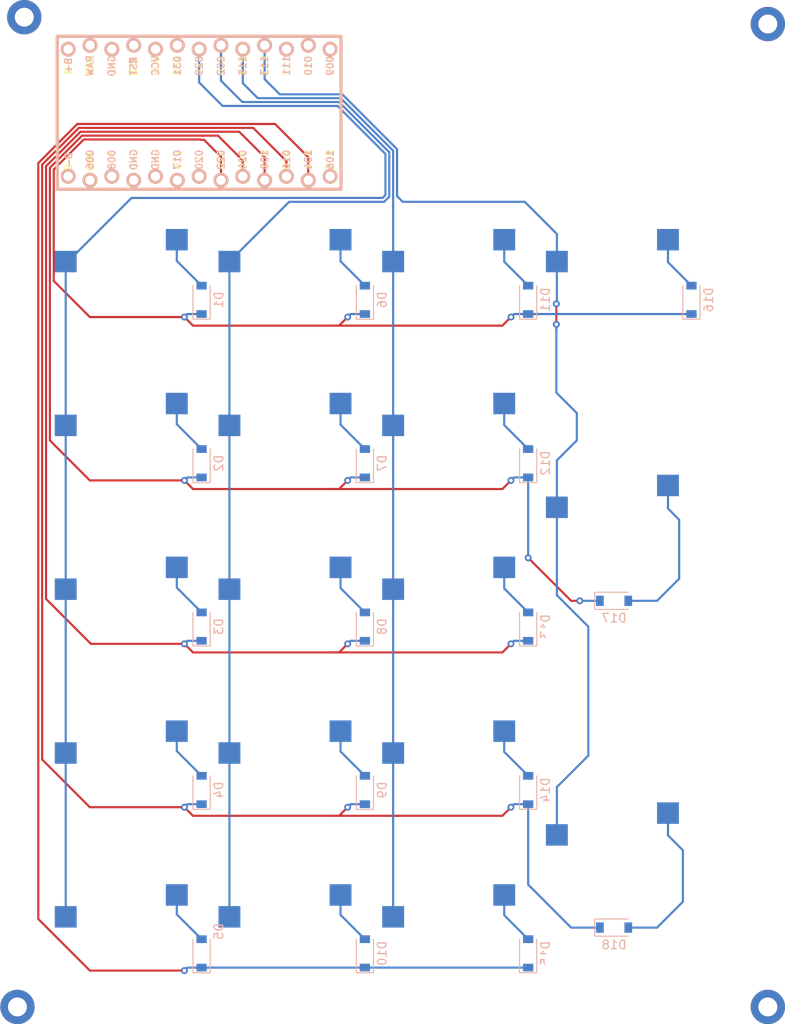
<source format=kicad_pcb>
(kicad_pcb (version 20211014) (generator pcbnew)
  (layers (0 "F.Cu" signal) (31 "B.Cu" signal) (34 "B.Paste" user) (35 "F.Paste" user) (36 "B.SilkS" user "B.Silkscreen") (37 "F.SilkS" user "F.Silkscreen") (38 "B.Mask" user) (39 "F.Mask" user) (44 "Edge.Cuts" user))
  (net 0 "")
  (net 1 "ROW0")
  (net 2 "Net-(D1-Pad2)")
  (net 3 "ROW1")
  (net 4 "Net-(D2-Pad2)")
  (net 5 "ROW2")
  (net 6 "Net-(D3-Pad2)")
  (net 7 "ROW3")
  (net 8 "Net-(D4-Pad2)")
  (net 9 "ROW4")
  (net 10 "Net-(D5-Pad2)")
  (net 11 "Net-(D6-Pad2)")
  (net 12 "Net-(D7-Pad2)")
  (net 13 "Net-(D8-Pad2)")
  (net 14 "Net-(D9-Pad2)")
  (net 15 "Net-(D10-Pad2)")
  (net 16 "Net-(D11-Pad2)")
  (net 17 "Net-(D12-Pad2)")
  (net 18 "Net-(D13-Pad2)")
  (net 19 "Net-(D14-Pad2)")
  (net 20 "Net-(D15-Pad2)")
  (net 21 "Net-(D16-Pad2)")
  (net 22 "Net-(D17-Pad2)")
  (net 23 "Net-(D18-Pad2)")
  (net 24 "COL0")
  (net 25 "COL1")
  (net 26 "COL2")
  (net 27 "COL3")
  (footprint "SofleKeyboard-footprint:M2_HOLE_PCB" (layer "F.Cu") (at 155.575 149.225)
    (fp_text reference "TH1" hide)
    (fp_text value "HOLE")
    (pad "" thru_hole circle locked (at 0 0) (size 4 4) (drill 2.2) (layers *.Cu *.Mask "Dwgs.User"))
  )
  (footprint "MX_Only:MXOnly-1U-Hotswap" (layer "F.Cu") (at 206.375 103.1875)
    (fp_text reference "MX13")
    (fp_text value "MX-NoLED")
    (pad "" np_thru_hole circle locked (at -3.81 -2.54) (size 3 3) (drill 3) (layers *.Cu *.Mask))
    (pad "" np_thru_hole circle locked (at 5.08 0 48.0996) (size 1.75 1.75) (drill 1.75) (layers *.Cu *.Mask))
    (pad "" np_thru_hole circle locked (at -5.08 0 48.0996) (size 1.75 1.75) (drill 1.75) (layers *.Cu *.Mask))
    (pad "" np_thru_hole circle locked (at 0 0) (size 3.9878 3.9878) (drill 3.9878) (layers *.Cu *.Mask))
    (pad "" np_thru_hole circle locked (at 2.54 -5.08) (size 3 3) (drill 3) (layers *.Cu *.Mask))
    (pad "1" smd rect locked (at -7.085 -2.54) (size 2.55 2.5) (layers "B.Cu" "B.Paste" "B.Mask") (net 26 "COL2"))
    (pad "2" smd rect locked (at 5.842 -5.08) (size 2.55 2.5) (layers "B.Cu" "B.Paste" "B.Mask") (net 18 "Net-(D13-Pad2)"))
  )
  (footprint "MX_Only:MXOnly-1U-Hotswap" (layer "F.Cu") (at 168.275 122.2375)
    (fp_text reference "MX4")
    (fp_text value "MX-NoLED")
    (pad "" np_thru_hole circle locked (at 5.08 0 48.0996) (size 1.75 1.75) (drill 1.75) (layers *.Cu *.Mask))
    (pad "" np_thru_hole circle locked (at 2.54 -5.08) (size 3 3) (drill 3) (layers *.Cu *.Mask))
    (pad "" np_thru_hole circle locked (at 0 0) (size 3.9878 3.9878) (drill 3.9878) (layers *.Cu *.Mask))
    (pad "" np_thru_hole circle locked (at -3.81 -2.54) (size 3 3) (drill 3) (layers *.Cu *.Mask))
    (pad "" np_thru_hole circle locked (at -5.08 0 48.0996) (size 1.75 1.75) (drill 1.75) (layers *.Cu *.Mask))
    (pad "1" smd rect locked (at -7.085 -2.54) (size 2.55 2.5) (layers "B.Cu" "B.Paste" "B.Mask") (net 24 "COL0"))
    (pad "2" smd rect locked (at 5.842 -5.08) (size 2.55 2.5) (layers "B.Cu" "B.Paste" "B.Mask") (net 8 "Net-(D4-Pad2)"))
  )
  (footprint "MX_Only:MXOnly-1U-Hotswap" (layer "F.Cu") (at 206.375 65.0875)
    (fp_text reference "MX11")
    (fp_text value "MX-NoLED")
    (pad "" np_thru_hole circle locked (at -3.81 -2.54) (size 3 3) (drill 3) (layers *.Cu *.Mask))
    (pad "" np_thru_hole circle locked (at 0 0) (size 3.9878 3.9878) (drill 3.9878) (layers *.Cu *.Mask))
    (pad "" np_thru_hole circle locked (at 2.54 -5.08) (size 3 3) (drill 3) (layers *.Cu *.Mask))
    (pad "" np_thru_hole circle locked (at 5.08 0 48.0996) (size 1.75 1.75) (drill 1.75) (layers *.Cu *.Mask))
    (pad "" np_thru_hole circle locked (at -5.08 0 48.0996) (size 1.75 1.75) (drill 1.75) (layers *.Cu *.Mask))
    (pad "1" smd rect locked (at -7.085 -2.54) (size 2.55 2.5) (layers "B.Cu" "B.Paste" "B.Mask") (net 26 "COL2"))
    (pad "2" smd rect locked (at 5.842 -5.08) (size 2.55 2.5) (layers "B.Cu" "B.Paste" "B.Mask") (net 16 "Net-(D11-Pad2)"))
  )
  (footprint "MX_Only:MXOnly-1U-Hotswap" (layer "F.Cu") (at 187.325 65.0875)
    (fp_text reference "MX6")
    (fp_text value "MX-NoLED")
    (pad "" np_thru_hole circle locked (at -5.08 0 48.0996) (size 1.75 1.75) (drill 1.75) (layers *.Cu *.Mask))
    (pad "" np_thru_hole circle locked (at 5.08 0 48.0996) (size 1.75 1.75) (drill 1.75) (layers *.Cu *.Mask))
    (pad "" np_thru_hole circle locked (at 0 0) (size 3.9878 3.9878) (drill 3.9878) (layers *.Cu *.Mask))
    (pad "" np_thru_hole circle locked (at -3.81 -2.54) (size 3 3) (drill 3) (layers *.Cu *.Mask))
    (pad "" np_thru_hole circle locked (at 2.54 -5.08) (size 3 3) (drill 3) (layers *.Cu *.Mask))
    (pad "1" smd rect locked (at -7.085 -2.54) (size 2.55 2.5) (layers "B.Cu" "B.Paste" "B.Mask") (net 25 "COL1"))
    (pad "2" smd rect locked (at 5.842 -5.08) (size 2.55 2.5) (layers "B.Cu" "B.Paste" "B.Mask") (net 11 "Net-(D6-Pad2)"))
  )
  (footprint "MX_Only:MXOnly-1U-Hotswap" (layer "F.Cu") (at 168.275 84.1375)
    (fp_text reference "MX2")
    (fp_text value "MX-NoLED")
    (pad "" np_thru_hole circle locked (at 0 0) (size 3.9878 3.9878) (drill 3.9878) (layers *.Cu *.Mask))
    (pad "" np_thru_hole circle locked (at 5.08 0 48.0996) (size 1.75 1.75) (drill 1.75) (layers *.Cu *.Mask))
    (pad "" np_thru_hole circle locked (at 2.54 -5.08) (size 3 3) (drill 3) (layers *.Cu *.Mask))
    (pad "" np_thru_hole circle locked (at -3.81 -2.54) (size 3 3) (drill 3) (layers *.Cu *.Mask))
    (pad "" np_thru_hole circle locked (at -5.08 0 48.0996) (size 1.75 1.75) (drill 1.75) (layers *.Cu *.Mask))
    (pad "1" smd rect locked (at -7.085 -2.54) (size 2.55 2.5) (layers "B.Cu" "B.Paste" "B.Mask") (net 24 "COL0"))
    (pad "2" smd rect locked (at 5.842 -5.08) (size 2.55 2.5) (layers "B.Cu" "B.Paste" "B.Mask") (net 4 "Net-(D2-Pad2)"))
  )
  (footprint "" (layer "F.Cu") (at 239.7125 34.925)
    (fp_text reference "" (at 0 0) (layer "F.SilkS") (effects (font (size 1.27 1.27))))
    (fp_text value "" (at 0 0) (layer "F.SilkS") (effects (font (size 1.27 1.27))))
    (pad "" thru_hole circle (at 3.175 0) (size 4 4) (drill 2.2) (layers *.Cu *.Mask "Dwgs.User"))
  )
  (footprint "MX_Only:MXOnly-1U-Hotswap" (layer "F.Cu") (at 187.325 122.2375)
    (fp_text reference "MX9")
    (fp_text value "MX-NoLED")
    (pad "" np_thru_hole circle locked (at -5.08 0 48.0996) (size 1.75 1.75) (drill 1.75) (layers *.Cu *.Mask))
    (pad "" np_thru_hole circle locked (at 5.08 0 48.0996) (size 1.75 1.75) (drill 1.75) (layers *.Cu *.Mask))
    (pad "" np_thru_hole circle locked (at 2.54 -5.08) (size 3 3) (drill 3) (layers *.Cu *.Mask))
    (pad "" np_thru_hole circle locked (at -3.81 -2.54) (size 3 3) (drill 3) (layers *.Cu *.Mask))
    (pad "" np_thru_hole circle locked (at 0 0) (size 3.9878 3.9878) (drill 3.9878) (layers *.Cu *.Mask))
    (pad "1" smd rect locked (at -7.085 -2.54) (size 2.55 2.5) (layers "B.Cu" "B.Paste" "B.Mask") (net 25 "COL1"))
    (pad "2" smd rect locked (at 5.842 -5.08) (size 2.55 2.5) (layers "B.Cu" "B.Paste" "B.Mask") (net 14 "Net-(D9-Pad2)"))
  )
  (footprint "SofleKeyboard-footprint:ArduinoProMicro-ZigZag-DoubleSided" (layer "F.Cu") (at 177.98675 45.24375)
    (fp_text reference "U1" hide)
    (fp_text value "Nice Nano edit" hide)
    (fp_text user "GND" (at -11.43 -5.461 90) (layer "B.SilkS") (effects (font (size 0.8 0.8)) (justify mirror)))
    (fp_text user "024" (at 3.81 5.461 90) (layer "B.SilkS") (effects (font (size 0.8 0.8)) (justify mirror)))
    (fp_text user "020" (at -1.27 5.461 90) (layer "B.SilkS") (effects (font (size 0.8 0.8)) (justify mirror)))
    (fp_text user "113" (at 6.35 -5.461 90) (layer "B.SilkS") (effects (font (size 0.8 0.8)) (justify mirror)))
    (fp_text user "022" (at 1.27 5.461 90) (layer "B.SilkS") (effects (font (size 0.8 0.8)) (justify mirror)))
    (fp_text user "006" (at -13.97 5.45 90) (layer "B.SilkS") (effects (font (size 0.8 0.8)) (justify mirror)))
    (fp_text user "VCC" (at -6.35 -5.461 90) (layer "B.SilkS") (effects (font (size 0.8 0.8)) (justify mirror)))
    (fp_text user "100" (at 6.35 5.461 90) (layer "B.SilkS") (effects (font (size 0.8 0.8)) (justify mirror)))
    (fp_text user "ST" (at -8.91 -5.04 90) (layer "B.SilkS") (effects (font (size 0.8 0.8)) (justify mirror)))
    (fp_text user "106" (at 13.97 5.461 90) (layer "B.SilkS") (effects (font (size 0.8 0.8)) (justify mirror)))
    (fp_text user "111" (at 8.89 -5.461 90) (layer "B.SilkS") (effects (font (size 0.8 0.8)) (justify mirror)))
    (fp_text user "009" (at 13.97 -5.461 90) (layer "B.SilkS") (effects (font (size 0.8 0.8)) (justify mirror)))
    (fp_text user "008" (at -11.43 5.461 90) (layer "B.SilkS") (effects (font (size 0.8 0.8)) (justify mirror)))
    (fp_text user "GND" (at -6.35 5.461 90) (layer "B.SilkS") (effects (font (size 0.8 0.8)) (justify mirror)))
    (fp_text user "B-" (at -16.45 5.5 90) (layer "B.SilkS") (effects (font (size 0.8 0.8)) (justify mirror)))
    (fp_text user "115" (at 3.81 -5.461 90) (layer "B.SilkS") (effects (font (size 0.8 0.8)) (justify mirror)))
    (fp_text user "002" (at 1.27 -5.461 90) (layer "B.SilkS") (effects (font (size 0.8 0.8)) (justify mirror)))
    (fp_text user "104" (at 11.43 5.461 90) (layer "B.SilkS") (effects (font (size 0.8 0.8)) (justify mirror)))
    (fp_text user "GND" (at -8.89 5.461 90) (layer "B.SilkS") (effects (font (size 0.8 0.8)) (justify mirror)))
    (fp_text user "011" (at 8.89 5.461 90) (layer "B.SilkS") (effects (font (size 0.8 0.8)) (justify mirror)))
    (fp_text user "010" (at 11.43 -5.461 90) (layer "B.SilkS") (effects (font (size 0.8 0.8)) (justify mirror)))
    (fp_text user "031" (at -3.81 -5.461 90) (layer "B.SilkS") (effects (font (size 0.8 0.8)) (justify mirror)))
    (fp_text user "B+" (at -16.5 -5.5 90) (layer "B.SilkS") (effects (font (size 0.8 0.8)) (justify mirror)))
    (fp_text user "017" (at -3.81 5.461 90) (layer "B.SilkS") (effects (font (size 0.8 0.8)) (justify mirror)))
    (fp_text user "029" (at -1.27 -5.461 90) (layer "B.SilkS") (effects (font (size 0.8 0.8)) (justify mirror)))
    (fp_text user "RAW" (at -13.97 -5.461 90) (layer "B.SilkS") (effects (font (size 0.8 0.8)) (justify mirror)))
    (fp_text user "020" (at -1.27 5.461 90) (layer "F.SilkS") (effects (font (size 0.8 0.8))))
    (fp_text user "006" (at -13.95 5.65 90) (layer "F.SilkS") (effects (font (size 0.8 0.8))))
    (fp_text user "011" (at 8.89 5.461 90) (layer "F.SilkS") (effects (font (size 0.8 0.8))))
    (fp_text user "RAW" (at -13.97 -5.461 90) (layer "F.SilkS") (effects (font (size 0.8 0.8))))
    (fp_text user "031" (at -3.81 -5.461 90) (layer "F.SilkS") (effects (font (size 0.8 0.8))))
    (fp_text user "VCC" (at -6.35 -5.461 90) (layer "F.SilkS") (effects (font (size 0.8 0.8))))
    (fp_text user "002" (at 1.27 -5.461 90) (layer "F.SilkS") (effects (font (size 0.8 0.8))))
    (fp_text user "106" (at 13.97 5.461 90) (layer "F.SilkS") (effects (font (size 0.8 0.8))))
    (fp_text user "024" (at 3.81 5.461 90) (layer "F.SilkS") (effects (font (size 0.8 0.8))))
    (fp_text user "GND" (at -8.89 5.461 90) (layer "F.SilkS") (effects (font (size 0.8 0.8))))
    (fp_text user "115" (at 3.81 -5.461 90) (layer "F.SilkS") (effects (font (size 0.8 0.8))))
    (fp_text user "GND" (at -6.35 5.461 90) (layer "F.SilkS") (effects (font (size 0.8 0.8))))
    (fp_text user "104" (at 11.43 5.461 90) (layer "F.SilkS") (effects (font (size 0.8 0.8))))
    (fp_text user "022" (at 1.27 5.461 90) (layer "F.SilkS") (effects (font (size 0.8 0.8))))
    (fp_text user "B+" (at -16.51 -5.334 90) (layer "F.SilkS") (effects (font (size 0.8 0.8))))
    (fp_text user "113" (at 6.35 -5.461 90) (layer "F.SilkS") (effects (font (size 0.8 0.8))))
    (fp_text user "100" (at 6.35 5.461 90) (layer "F.SilkS") (effects (font (size 0.8 0.8))))
    (fp_text user "008" (at -11.43 5.461 90) (layer "F.SilkS") (effects (font (size 0.8 0.8))))
    (fp_text user "B-" (at -16.51 5.842 90) (layer "F.SilkS") (effects (font (size 0.8 0.8))))
    (fp_text user "029" (at -1.27 -5.461 90) (layer "F.SilkS") (effects (font (size 0.8 0.8))))
    (fp_text user "010" (at 11.43 -5.461 90) (layer "F.SilkS") (effects (font (size 0.8 0.8))))
    (fp_text user "ST" (at -8.92 -5.73312 90) (layer "F.SilkS") (effects (font (size 0.8 0.8))))
    (fp_text user "017" (at -3.81 5.461 90) (layer "F.SilkS") (effects (font (size 0.8 0.8))))
    (fp_text user "009" (at 13.97 -5.461 90) (layer "F.SilkS") (effects (font (size 0.8 0.8))))
    (fp_text user "111" (at 8.89 -5.461 90) (layer "F.SilkS") (effects (font (size 0.8 0.8))))
    (fp_text user "GND" (at -11.43 -5.461 90) (layer "F.SilkS") (effects (font (size 0.8 0.8))))
    (pad "1" thru_hole circle (at -16.51 7.3914) (size 1.7526 1.7526) (drill 1.0922) (layers *.Cu *.SilkS *.Mask))
    (pad "2" thru_hole circle (at -13.97 7.8486) (size 1.7526 1.7526) (drill 1.0922) (layers *.Cu *.SilkS *.Mask))
    (pad "3" thru_hole circle (at -11.43 7.3914) (size 1.7526 1.7526) (drill 1.0922) (layers *.Cu *.SilkS *.Mask))
    (pad "4" thru_hole circle (at -8.89 7.8486) (size 1.7526 1.7526) (drill 1.0922) (layers *.Cu *.SilkS *.Mask))
    (pad "5" thru_hole circle (at -6.35 7.3914) (size 1.7526 1.7526) (drill 1.0922) (layers *.Cu *.SilkS *.Mask))
    (pad "6" thru_hole circle (at -3.81 7.8486) (size 1.7526 1.7526) (drill 1.0922) (layers *.Cu *.SilkS *.Mask))
    (pad "7" thru_hole circle (at -1.27 7.3914) (size 1.7526 1.7526) (drill 1.0922) (layers *.Cu *.SilkS *.Mask))
    (pad "8" thru_hole circle locked (at 1.27 7.8486) (size 1.7526 1.7526) (drill 1.0922) (layers *.Cu *.SilkS *.Mask) (net 1 "ROW0"))
    (pad "9" thru_hole circle (at 3.81 7.3914) (size 1.7526 1.7526) (drill 1.0922) (layers *.Cu *.SilkS *.Mask) (net 3 "ROW1"))
    (pad "10" thru_hole circle (at 6.35 7.8486) (size 1.7526 1.7526) (drill 1.0922) (layers *.Cu *.SilkS *.Mask) (net 5 "ROW2"))
    (pad "11" thru_hole circle (at 8.89 7.3914) (size 1.7526 1.7526) (drill 1.0922) (layers *.Cu *.SilkS *.Mask) (net 7 "ROW3"))
    (pad "12" thru_hole circle (at 11.43 7.8486) (size 1.7526 1.7526) (drill 1.0922) (layers *.Cu *.SilkS *.Mask) (net 9 "ROW4"))
    (pad "13" thru_hole circle (at 13.97 7.3914) (size 1.7526 1.7526) (drill 1.0922) (layers *.Cu *.SilkS *.Mask))
    (pad "14" thru_hole circle (at 13.97 -7.3914) (size 1.7526 1.7526) (drill 1.0922) (layers *.Cu *.SilkS *.Mask))
    (pad "15" thru_hole circle (at 11.43 -7.8486) (size 1.7526 1.7526) (drill 1.0922) (layers *.Cu *.SilkS *.Mask))
    (pad "16" thru_hole circle (at 8.89 -7.3914) (size 1.7526 1.7526) (drill 1.0922) (layers *.Cu *.SilkS *.Mask))
    (pad "17" thru_hole circle (at 6.35 -7.8486) (size 1.7526 1.7526) (drill 1.0922) (layers *.Cu *.SilkS *.Mask) (net 27 "COL3"))
    (pad "18" thru_hole circle (at 3.81 -7.3914) (size 1.7526 1.7526) (drill 1.0922) (layers *.Cu *.SilkS *.Mask) (net 26 "COL2"))
    (pad "19" thru_hole circle (at 1.27 -7.8486) (size 1.7526 1.7526) (drill 1.0922) (layers *.Cu *.SilkS *.Mask) (net 25 "COL1"))
    (pad "20" thru_hole circle (at -1.27 -7.3914) (size 1.7526 1.7526) (drill 1.0922) (layers *.Cu *.SilkS *.Mask) (net 24 "COL0"))
    (pad "21" thru_hole circle (at -3.81 -7.8486 270) (size 1.7526 1.7526) (drill 1.0922) (layers *.Cu *.SilkS *.Mask))
    (pad "22" thru_hole circle (at -6.35 -7.3914) (size 1.7526 1.7526) (drill 1.0922) (layers *.Cu *.SilkS *.Mask))
    (pad "23" thru_hole circle (at -8.89 -7.8486 90) (size 1.7526 1.7526) (drill 1.0922) (layers *.Cu *.SilkS *.Mask))
    (pad "24" thru_hole circle (at -11.43 -7.3914) (size 1.7526 1.7526) (drill 1.0922) (layers *.Cu *.SilkS *.Mask))
    (pad "25" thru_hole circle (at -13.97 -7.8486) (size 1.7526 1.7526) (drill 1.0922) (layers *.Cu *.SilkS *.Mask))
    (pad "26" thru_hole circle (at -16.51 -7.3914) (size 1.7526 1.7526) (drill 1.0922) (layers *.Cu *.SilkS *.Mask))
  )
  (footprint "MX_Only:MXOnly-1U-Hotswap" (layer "F.Cu") (at 206.375 141.2875)
    (fp_text reference "MX15")
    (fp_text value "MX-NoLED")
    (pad "" np_thru_hole circle locked (at -3.81 -2.54) (size 3 3) (drill 3) (layers *.Cu *.Mask))
    (pad "" np_thru_hole circle locked (at 5.08 0 48.0996) (size 1.75 1.75) (drill 1.75) (layers *.Cu *.Mask))
    (pad "" np_thru_hole circle locked (at 0 0) (size 3.9878 3.9878) (drill 3.9878) (layers *.Cu *.Mask))
    (pad "" np_thru_hole circle locked (at -5.08 0 48.0996) (size 1.75 1.75) (drill 1.75) (layers *.Cu *.Mask))
    (pad "" np_thru_hole circle locked (at 2.54 -5.08) (size 3 3) (drill 3) (layers *.Cu *.Mask))
    (pad "1" smd rect locked (at -7.085 -2.54) (size 2.55 2.5) (layers "B.Cu" "B.Paste" "B.Mask") (net 26 "COL2"))
    (pad "2" smd rect locked (at 5.842 -5.08) (size 2.55 2.5) (layers "B.Cu" "B.Paste" "B.Mask") (net 20 "Net-(D15-Pad2)"))
  )
  (footprint "MX_Only:MXOnly-1U-Hotswap" (layer "F.Cu") (at 168.275 141.2875)
    (fp_text reference "MX5")
    (fp_text value "MX-NoLED")
    (pad "" np_thru_hole circle locked (at 2.54 -5.08) (size 3 3) (drill 3) (layers *.Cu *.Mask))
    (pad "" np_thru_hole circle locked (at -3.81 -2.54) (size 3 3) (drill 3) (layers *.Cu *.Mask))
    (pad "" np_thru_hole circle locked (at 5.08 0 48.0996) (size 1.75 1.75) (drill 1.75) (layers *.Cu *.Mask))
    (pad "" np_thru_hole circle locked (at -5.08 0 48.0996) (size 1.75 1.75) (drill 1.75) (layers *.Cu *.Mask))
    (pad "" np_thru_hole circle locked (at 0 0) (size 3.9878 3.9878) (drill 3.9878) (layers *.Cu *.Mask))
    (pad "1" smd rect locked (at -7.085 -2.54) (size 2.55 2.5) (layers "B.Cu" "B.Paste" "B.Mask") (net 24 "COL0"))
    (pad "2" smd rect locked (at 5.842 -5.08) (size 2.55 2.5) (layers "B.Cu" "B.Paste" "B.Mask") (net 10 "Net-(D5-Pad2)"))
  )
  (footprint "MX_Only:MXOnly-1U-Hotswap" (layer "F.Cu") (at 206.375 122.2375)
    (fp_text reference "MX14")
    (fp_text value "MX-NoLED")
    (pad "" np_thru_hole circle locked (at 0 0) (size 3.9878 3.9878) (drill 3.9878) (layers *.Cu *.Mask))
    (pad "" np_thru_hole circle locked (at -5.08 0 48.0996) (size 1.75 1.75) (drill 1.75) (layers *.Cu *.Mask))
    (pad "" np_thru_hole circle locked (at 2.54 -5.08) (size 3 3) (drill 3) (layers *.Cu *.Mask))
    (pad "" np_thru_hole circle locked (at -3.81 -2.54) (size 3 3) (drill 3) (layers *.Cu *.Mask))
    (pad "" np_thru_hole circle locked (at 5.08 0 48.0996) (size 1.75 1.75) (drill 1.75) (layers *.Cu *.Mask))
    (pad "1" smd rect locked (at -7.085 -2.54) (size 2.55 2.5) (layers "B.Cu" "B.Paste" "B.Mask") (net 26 "COL2"))
    (pad "2" smd rect locked (at 5.842 -5.08) (size 2.55 2.5) (layers "B.Cu" "B.Paste" "B.Mask") (net 19 "Net-(D14-Pad2)"))
  )
  (footprint "MX_Only:MXOnly-1U-Hotswap" (layer "F.Cu") (at 168.275 103.1875)
    (fp_text reference "MX3")
    (fp_text value "MX-NoLED")
    (pad "" np_thru_hole circle locked (at -3.81 -2.54) (size 3 3) (drill 3) (layers *.Cu *.Mask))
    (pad "" np_thru_hole circle locked (at -5.08 0 48.0996) (size 1.75 1.75) (drill 1.75) (layers *.Cu *.Mask))
    (pad "" np_thru_hole circle locked (at 2.54 -5.08) (size 3 3) (drill 3) (layers *.Cu *.Mask))
    (pad "" np_thru_hole circle locked (at 0 0) (size 3.9878 3.9878) (drill 3.9878) (layers *.Cu *.Mask))
    (pad "" np_thru_hole circle locked (at 5.08 0 48.0996) (size 1.75 1.75) (drill 1.75) (layers *.Cu *.Mask))
    (pad "1" smd rect locked (at -7.085 -2.54) (size 2.55 2.5) (layers "B.Cu" "B.Paste" "B.Mask") (net 24 "COL0"))
    (pad "2" smd rect locked (at 5.842 -5.08) (size 2.55 2.5) (layers "B.Cu" "B.Paste" "B.Mask") (net 6 "Net-(D3-Pad2)"))
  )
  (footprint "MX_Only:MXOnly-1U-Hotswap" (layer "F.Cu") (at 187.325 84.1375)
    (fp_text reference "MX7")
    (fp_text value "MX-NoLED")
    (pad "" np_thru_hole circle locked (at 2.54 -5.08) (size 3 3) (drill 3) (layers *.Cu *.Mask))
    (pad "" np_thru_hole circle locked (at -3.81 -2.54) (size 3 3) (drill 3) (layers *.Cu *.Mask))
    (pad "" np_thru_hole circle locked (at 0 0) (size 3.9878 3.9878) (drill 3.9878) (layers *.Cu *.Mask))
    (pad "" np_thru_hole circle locked (at 5.08 0 48.0996) (size 1.75 1.75) (drill 1.75) (layers *.Cu *.Mask))
    (pad "" np_thru_hole circle locked (at -5.08 0 48.0996) (size 1.75 1.75) (drill 1.75) (layers *.Cu *.Mask))
    (pad "1" smd rect locked (at -7.085 -2.54) (size 2.55 2.5) (layers "B.Cu" "B.Paste" "B.Mask") (net 25 "COL1"))
    (pad "2" smd rect locked (at 5.842 -5.08) (size 2.55 2.5) (layers "B.Cu" "B.Paste" "B.Mask") (net 12 "Net-(D7-Pad2)"))
  )
  (footprint "MX_Only:MXOnly-1U-Hotswap" (layer "F.Cu") (at 187.325 141.2875)
    (fp_text reference "MX10")
    (fp_text value "MX-NoLED")
    (pad "" np_thru_hole circle locked (at 0 0) (size 3.9878 3.9878) (drill 3.9878) (layers *.Cu *.Mask))
    (pad "" np_thru_hole circle locked (at -3.81 -2.54) (size 3 3) (drill 3) (layers *.Cu *.Mask))
    (pad "" np_thru_hole circle locked (at 5.08 0 48.0996) (size 1.75 1.75) (drill 1.75) (layers *.Cu *.Mask))
    (pad "" np_thru_hole circle locked (at 2.54 -5.08) (size 3 3) (drill 3) (layers *.Cu *.Mask))
    (pad "" np_thru_hole circle locked (at -5.08 0 48.0996) (size 1.75 1.75) (drill 1.75) (layers *.Cu *.Mask))
    (pad "1" smd rect locked (at -7.085 -2.54) (size 2.55 2.5) (layers "B.Cu" "B.Paste" "B.Mask") (net 25 "COL1"))
    (pad "2" smd rect locked (at 5.842 -5.08) (size 2.55 2.5) (layers "B.Cu" "B.Paste" "B.Mask") (net 15 "Net-(D10-Pad2)"))
  )
  (footprint "" (layer "F.Cu") (at 156.36875 34.13125)
    (fp_text reference "" (at 0 0) (layer "F.SilkS") (effects (font (size 1.27 1.27))))
    (fp_text value "" (at 0 0) (layer "F.SilkS") (effects (font (size 1.27 1.27))))
    (pad "" thru_hole circle locked (at 0 0) (size 4 4) (drill 2.2) (layers *.Cu *.Mask "Dwgs.User"))
  )
  (footprint "MX_Only:MXOnly-1U-Hotswap" (layer "F.Cu") (at 206.375 84.1375)
    (fp_text reference "MX12")
    (fp_text value "MX-NoLED")
    (pad "" np_thru_hole circle locked (at 0 0) (size 3.9878 3.9878) (drill 3.9878) (layers *.Cu *.Mask))
    (pad "" np_thru_hole circle locked (at -3.81 -2.54) (size 3 3) (drill 3) (layers *.Cu *.Mask))
    (pad "" np_thru_hole circle locked (at 5.08 0 48.0996) (size 1.75 1.75) (drill 1.75) (layers *.Cu *.Mask))
    (pad "" np_thru_hole circle locked (at -5.08 0 48.0996) (size 1.75 1.75) (drill 1.75) (layers *.Cu *.Mask))
    (pad "" np_thru_hole circle locked (at 2.54 -5.08) (size 3 3) (drill 3) (layers *.Cu *.Mask))
    (pad "1" smd rect locked (at -7.085 -2.54) (size 2.55 2.5) (layers "B.Cu" "B.Paste" "B.Mask") (net 26 "COL2"))
    (pad "2" smd rect locked (at 5.842 -5.08) (size 2.55 2.5) (layers "B.Cu" "B.Paste" "B.Mask") (net 17 "Net-(D12-Pad2)"))
  )
  (footprint "MX_Only:MXOnly-1U-Hotswap" (layer "F.Cu") (at 168.275 65.0875)
    (fp_text reference "MX1")
    (fp_text value "MX-NoLED")
    (pad "" np_thru_hole circle locked (at 0 0) (size 3.9878 3.9878) (drill 3.9878) (layers *.Cu *.Mask))
    (pad "" np_thru_hole circle locked (at -3.81 -2.54) (size 3 3) (drill 3) (layers *.Cu *.Mask))
    (pad "" np_thru_hole circle locked (at 2.54 -5.08) (size 3 3) (drill 3) (layers *.Cu *.Mask))
    (pad "" np_thru_hole circle locked (at -5.08 0 48.0996) (size 1.75 1.75) (drill 1.75) (layers *.Cu *.Mask))
    (pad "" np_thru_hole circle locked (at 5.08 0 48.0996) (size 1.75 1.75) (drill 1.75) (layers *.Cu *.Mask))
    (pad "1" smd rect locked (at -7.085 -2.54) (size 2.55 2.5) (layers "B.Cu" "B.Paste" "B.Mask") (net 24 "COL0"))
    (pad "2" smd rect locked (at 5.842 -5.08) (size 2.55 2.5) (layers "B.Cu" "B.Paste" "B.Mask") (net 2 "Net-(D1-Pad2)"))
  )
  (footprint "" (layer "F.Cu") (at 242.8875 149.225)
    (fp_text reference "" (at 0 0) (layer "F.SilkS") (effects (font (size 1.27 1.27))))
    (fp_text value "" (at 0 0) (layer "F.SilkS") (effects (font (size 1.27 1.27))))
    (pad "" thru_hole circle (at 0 0) (size 4 4) (drill 2.2) (layers *.Cu *.Mask "Dwgs.User"))
  )
  (footprint "MX_Only:MXOnly-2U-Hotswap-VerticalStabilizers" (layer "F.Cu") (at 225.425 93.6625)
    (fp_text reference "MX17")
    (fp_text value "MX-NoLED" hide)
    (pad "" np_thru_hole circle locked (at 2.54 -5.08) (size 3 3) (drill 3) (layers *.Cu *.Mask))
    (pad "" np_thru_hole circle locked (at -6.985 -11.938 180) (size 3.048 3.048) (drill 3.048) (layers *.Cu *.Mask))
    (pad "" np_thru_hole circle locked (at 8.255 -11.938 90) (size 3.9878 3.9878) (drill 3.9878) (layers *.Cu *.Mask))
    (pad "" np_thru_hole circle locked (at -5.08 0 48.0996) (size 1.75 1.75) (drill 1.75) (layers *.Cu *.Mask))
    (pad "" np_thru_hole circle locked (at -6.985 11.938 90) (size 3.048 3.048) (drill 3.048) (layers *.Cu *.Mask))
    (pad "" np_thru_hole circle locked (at -3.81 -2.54) (size 3 3) (drill 3) (layers *.Cu *.Mask))
    (pad "" np_thru_hole circle locked (at 0 0) (size 3.9878 3.9878) (drill 3.9878) (layers *.Cu *.Mask))
    (pad "" np_thru_hole circle locked (at 5.08 0 48.0996) (size 1.75 1.75) (drill 1.75) (layers *.Cu *.Mask))
    (pad "" np_thru_hole circle locked (at 8.255 11.938 90) (size 3.9878 3.9878) (drill 3.9878) (layers *.Cu *.Mask))
    (pad "1" smd rect locked (at -7.085 -2.54) (size 2.55 2.5) (layers "B.Cu" "B.Paste" "B.Mask") (net 27 "COL3"))
    (pad "2" smd rect locked (at 5.842 -5.08) (size 2.55 2.5) (layers "B.Cu" "B.Paste" "B.Mask") (net 22 "Net-(D17-Pad2)"))
  )
  (footprint "MX_Only:MXOnly-1U-Hotswap" (layer "F.Cu") (at 225.425 65.0875)
    (fp_text reference "MX16")
    (fp_text value "MX-NoLED")
    (pad "" np_thru_hole circle locked (at 5.08 0 48.0996) (size 1.75 1.75) (drill 1.75) (layers *.Cu *.Mask))
    (pad "" np_thru_hole circle locked (at -3.81 -2.54) (size 3 3) (drill 3) (layers *.Cu *.Mask))
    (pad "" np_thru_hole circle locked (at 2.54 -5.08) (size 3 3) (drill 3) (layers *.Cu *.Mask))
    (pad "" np_thru_hole circle locked (at 0 0) (size 3.9878 3.9878) (drill 3.9878) (layers *.Cu *.Mask))
    (pad "" np_thru_hole circle locked (at -5.08 0 48.0996) (size 1.75 1.75) (drill 1.75) (layers *.Cu *.Mask))
    (pad "1" smd rect locked (at -7.085 -2.54) (size 2.55 2.5) (layers "B.Cu" "B.Paste" "B.Mask") (net 27 "COL3"))
    (pad "2" smd rect locked (at 5.842 -5.08) (size 2.55 2.5) (layers "B.Cu" "B.Paste" "B.Mask") (net 21 "Net-(D16-Pad2)"))
  )
  (footprint "MX_Only:MXOnly-2U-Hotswap-VerticalStabilizers" (layer "F.Cu") (at 225.425 131.7625)
    (fp_text reference "MX18")
    (fp_text value "MX-NoLED" hide)
    (pad "" np_thru_hole circle locked (at -6.985 -11.938 180) (size 3.048 3.048) (drill 3.048) (layers *.Cu *.Mask))
    (pad "" np_thru_hole circle locked (at 0 0) (size 3.9878 3.9878) (drill 3.9878) (layers *.Cu *.Mask))
    (pad "" np_thru_hole circle locked (at 5.08 0 48.0996) (size 1.75 1.75) (drill 1.75) (layers *.Cu *.Mask))
    (pad "" np_thru_hole circle locked (at 8.255 -11.938 90) (size 3.9878 3.9878) (drill 3.9878) (layers *.Cu *.Mask))
    (pad "" np_thru_hole circle locked (at -6.985 11.938 90) (size 3.048 3.048) (drill 3.048) (layers *.Cu *.Mask))
    (pad "" np_thru_hole circle locked (at 2.54 -5.08) (size 3 3) (drill 3) (layers *.Cu *.Mask))
    (pad "" np_thru_hole circle locked (at -5.08 0 48.0996) (size 1.75 1.75) (drill 1.75) (layers *.Cu *.Mask))
    (pad "" np_thru_hole circle locked (at 8.255 11.938 90) (size 3.9878 3.9878) (drill 3.9878) (layers *.Cu *.Mask))
    (pad "" np_thru_hole circle locked (at -3.81 -2.54) (size 3 3) (drill 3) (layers *.Cu *.Mask))
    (pad "1" smd rect locked (at -7.085 -2.54) (size 2.55 2.5) (layers "B.Cu" "B.Paste" "B.Mask") (net 27 "COL3"))
    (pad "2" smd rect locked (at 5.842 -5.08) (size 2.55 2.5) (layers "B.Cu" "B.Paste" "B.Mask") (net 23 "Net-(D18-Pad2)"))
  )
  (footprint "MX_Only:MXOnly-1U-Hotswap" (layer "F.Cu") (at 187.325 103.1875)
    (fp_text reference "MX8")
    (fp_text value "MX-NoLED")
    (pad "" np_thru_hole circle locked (at 5.08 0 48.0996) (size 1.75 1.75) (drill 1.75) (layers *.Cu *.Mask))
    (pad "" np_thru_hole circle locked (at 2.54 -5.08) (size 3 3) (drill 3) (layers *.Cu *.Mask))
    (pad "" np_thru_hole circle locked (at -3.81 -2.54) (size 3 3) (drill 3) (layers *.Cu *.Mask))
    (pad "" np_thru_hole circle locked (at -5.08 0 48.0996) (size 1.75 1.75) (drill 1.75) (layers *.Cu *.Mask))
    (pad "" np_thru_hole circle locked (at 0 0) (size 3.9878 3.9878) (drill 3.9878) (layers *.Cu *.Mask))
    (pad "1" smd rect locked (at -7.085 -2.54) (size 2.55 2.5) (layers "B.Cu" "B.Paste" "B.Mask") (net 25 "COL1"))
    (pad "2" smd rect locked (at 5.842 -5.08) (size 2.55 2.5) (layers "B.Cu" "B.Paste" "B.Mask") (net 13 "Net-(D8-Pad2)"))
  )
  (footprint "Diode_SMD:D_SOD-123" (layer "B.Cu") (at 234 67 90)
    (fp_text reference "D16" (at 0 2 90) (layer "B.SilkS") (effects (justify mirror)))
    (fp_text value "D_Small")
    (pad "1" smd rect (at -1.65 0 90) (size 0.9 1.2) (layers "B.Cu" "B.Paste" "B.Mask") (net 1 "ROW0"))
    (pad "2" smd rect (at 1.65 0 90) (size 0.9 1.2) (layers "B.Cu" "B.Paste" "B.Mask") (net 21 "Net-(D16-Pad2)"))
  )
  (footprint "Diode_SMD:D_SOD-123" (layer "B.Cu") (at 196 124 90)
    (fp_text reference "D9" (at 0 2 90) (layer "B.SilkS") (effects (justify mirror)))
    (fp_text value "D_Small")
    (pad "1" smd rect (at -1.65 0 90) (size 0.9 1.2) (layers "B.Cu" "B.Paste" "B.Mask") (net 7 "ROW3"))
    (pad "2" smd rect (at 1.65 0 90) (size 0.9 1.2) (layers "B.Cu" "B.Paste" "B.Mask") (net 14 "Net-(D9-Pad2)"))
  )
  (footprint "Diode_SMD:D_SOD-123" (layer "B.Cu") (at 215 105 90)
    (fp_text reference "D13" (at 0 2 90) (layer "B.SilkS") (effects (justify mirror)))
    (fp_text value "D_Small")
    (pad "1" smd rect (at -1.65 0 90) (size 0.9 1.2) (layers "B.Cu" "B.Paste" "B.Mask") (net 5 "ROW2"))
    (pad "2" smd rect (at 1.65 0 90) (size 0.9 1.2) (layers "B.Cu" "B.Paste" "B.Mask") (net 18 "Net-(D13-Pad2)"))
  )
  (footprint "Diode_SMD:D_SOD-123" (layer "B.Cu") (at 196 143 90)
    (fp_text reference "D10" (at 0 2 90) (layer "B.SilkS") (effects (justify mirror)))
    (fp_text value "D_Small")
    (pad "1" smd rect (at -1.65 0 90) (size 0.9 1.2) (layers "B.Cu" "B.Paste" "B.Mask") (net 9 "ROW4"))
    (pad "2" smd rect (at 1.65 0 90) (size 0.9 1.2) (layers "B.Cu" "B.Paste" "B.Mask") (net 15 "Net-(D10-Pad2)"))
  )
  (footprint "Diode_SMD:D_SOD-123" (layer "B.Cu") (at 177 105 90)
    (fp_text reference "D3" (at 0 2 90) (layer "B.SilkS") (effects (justify mirror)))
    (fp_text value "D_Small")
    (pad "1" smd rect (at -1.65 0 90) (size 0.9 1.2) (layers "B.Cu" "B.Paste" "B.Mask") (net 5 "ROW2"))
    (pad "2" smd rect (at 1.65 0 90) (size 0.9 1.2) (layers "B.Cu" "B.Paste" "B.Mask") (net 6 "Net-(D3-Pad2)"))
  )
  (footprint "Diode_SMD:D_SOD-123" (layer "B.Cu") (at 177 143 90)
    (fp_text reference "D5" (at 2.55 2 90) (layer "B.SilkS") (effects (justify mirror)))
    (fp_text value "D_Small")
    (pad "1" smd rect (at -1.65 0 90) (size 0.9 1.2) (layers "B.Cu" "B.Paste" "B.Mask") (net 9 "ROW4"))
    (pad "2" smd rect (at 1.65 0 90) (size 0.9 1.2) (layers "B.Cu" "B.Paste" "B.Mask") (net 10 "Net-(D5-Pad2)"))
  )
  (footprint "Diode_SMD:D_SOD-123" (layer "B.Cu") (at 196 67 90)
    (fp_text reference "D6" (at 0 2 90) (layer "B.SilkS") (effects (justify mirror)))
    (fp_text value "D_Small")
    (pad "1" smd rect (at -1.65 0 90) (size 0.9 1.2) (layers "B.Cu" "B.Paste" "B.Mask") (net 1 "ROW0"))
    (pad "2" smd rect (at 1.65 0 90) (size 0.9 1.2) (layers "B.Cu" "B.Paste" "B.Mask") (net 11 "Net-(D6-Pad2)"))
  )
  (footprint "Diode_SMD:D_SOD-123" (layer "B.Cu") (at 215 86 90)
    (fp_text reference "D12" (at 0 2 90) (layer "B.SilkS") (effects (justify mirror)))
    (fp_text value "D_Small")
    (pad "1" smd rect (at -1.65 0 90) (size 0.9 1.2) (layers "B.Cu" "B.Paste" "B.Mask") (net 3 "ROW1"))
    (pad "2" smd rect (at 1.65 0 90) (size 0.9 1.2) (layers "B.Cu" "B.Paste" "B.Mask") (net 17 "Net-(D12-Pad2)"))
  )
  (footprint "Diode_SMD:D_SOD-123" (layer "B.Cu") (at 196 105 90)
    (fp_text reference "D8" (at 0 2 90) (layer "B.SilkS") (effects (justify mirror)))
    (fp_text value "D_Small")
    (pad "1" smd rect (at -1.65 0 90) (size 0.9 1.2) (layers "B.Cu" "B.Paste" "B.Mask") (net 5 "ROW2"))
    (pad "2" smd rect (at 1.65 0 90) (size 0.9 1.2) (layers "B.Cu" "B.Paste" "B.Mask") (net 13 "Net-(D8-Pad2)"))
  )
  (footprint "Diode_SMD:D_SOD-123" (layer "B.Cu") (at 215 124 90)
    (fp_text reference "D14" (at 0 2 90) (layer "B.SilkS") (effects (justify mirror)))
    (fp_text value "D_Small")
    (pad "1" smd rect (at -1.65 0 90) (size 0.9 1.2) (layers "B.Cu" "B.Paste" "B.Mask") (net 7 "ROW3"))
    (pad "2" smd rect (at 1.65 0 90) (size 0.9 1.2) (layers "B.Cu" "B.Paste" "B.Mask") (net 19 "Net-(D14-Pad2)"))
  )
  (footprint "Diode_SMD:D_SOD-123" (layer "B.Cu") (at 215 143 90)
    (fp_text reference "D15" (at 0 2 90) (layer "B.SilkS") (effects (justify mirror)))
    (fp_text value "D_Small")
    (pad "1" smd rect (at -1.65 0 90) (size 0.9 1.2) (layers "B.Cu" "B.Paste" "B.Mask") (net 9 "ROW4"))
    (pad "2" smd rect (at 1.65 0 90) (size 0.9 1.2) (layers "B.Cu" "B.Paste" "B.Mask") (net 20 "Net-(D15-Pad2)"))
  )
  (footprint "Diode_SMD:D_SOD-123" (layer "B.Cu") (at 196 86 90)
    (fp_text reference "D7" (at 0 2 90) (layer "B.SilkS") (effects (justify mirror)))
    (fp_text value "D_Small")
    (pad "1" smd rect (at -1.65 0 90) (size 0.9 1.2) (layers "B.Cu" "B.Paste" "B.Mask") (net 3 "ROW1"))
    (pad "2" smd rect (at 1.65 0 90) (size 0.9 1.2) (layers "B.Cu" "B.Paste" "B.Mask") (net 12 "Net-(D7-Pad2)"))
  )
  (footprint "Diode_SMD:D_SOD-123" (layer "B.Cu") (at 215 67 90)
    (fp_text reference "D11" (at 0 2 90) (layer "B.SilkS") (effects (justify mirror)))
    (fp_text value "D_Small")
    (pad "1" smd rect (at -1.65 0 90) (size 0.9 1.2) (layers "B.Cu" "B.Paste" "B.Mask") (net 1 "ROW0"))
    (pad "2" smd rect (at 1.65 0 90) (size 0.9 1.2) (layers "B.Cu" "B.Paste" "B.Mask") (net 16 "Net-(D11-Pad2)"))
  )
  (footprint "Diode_SMD:D_SOD-123" (layer "B.Cu") (at 225 140)
    (fp_text reference "D18" (at 0 2) (layer "B.SilkS") (effects (justify mirror)))
    (fp_text value "D_Small")
    (pad "1" smd rect (at -1.65 0) (size 0.9 1.2) (layers "B.Cu" "B.Paste" "B.Mask") (net 7 "ROW3"))
    (pad "2" smd rect (at 1.65 0) (size 0.9 1.2) (layers "B.Cu" "B.Paste" "B.Mask") (net 23 "Net-(D18-Pad2)"))
  )
  (footprint "Diode_SMD:D_SOD-123" (layer "B.Cu") (at 177 124 90)
    (fp_text reference "D4" (at 0 2 90) (layer "B.SilkS") (effects (justify mirror)))
    (fp_text value "D_Small")
    (pad "1" smd rect (at -1.65 0 90) (size 0.9 1.2) (layers "B.Cu" "B.Paste" "B.Mask") (net 7 "ROW3"))
    (pad "2" smd rect (at 1.65 0 90) (size 0.9 1.2) (layers "B.Cu" "B.Paste" "B.Mask") (net 8 "Net-(D4-Pad2)"))
  )
  (footprint "Diode_SMD:D_SOD-123" (layer "B.Cu") (at 225 102)
    (fp_text reference "D17" (at 0 2) (layer "B.SilkS") (effects (justify mirror)))
    (fp_text value "D_Small")
    (pad "1" smd rect (at -1.65 0) (size 0.9 1.2) (layers "B.Cu" "B.Paste" "B.Mask") (net 3 "ROW1"))
    (pad "2" smd rect (at 1.65 0) (size 0.9 1.2) (layers "B.Cu" "B.Paste" "B.Mask") (net 22 "Net-(D17-Pad2)"))
  )
  (footprint "Diode_SMD:D_SOD-123" (layer "B.Cu") (at 177 86 90)
    (fp_text reference "D2" (at 0 2 90) (layer "B.SilkS") (effects (justify mirror)))
    (fp_text value "D_Small")
    (pad "1" smd rect (at -1.65 0 90) (size 0.9 1.2) (layers "B.Cu" "B.Paste" "B.Mask") (net 3 "ROW1"))
    (pad "2" smd rect (at 1.65 0 90) (size 0.9 1.2) (layers "B.Cu" "B.Paste" "B.Mask") (net 4 "Net-(D2-Pad2)"))
  )
  (footprint "Diode_SMD:D_SOD-123" (layer "B.Cu") (at 177 67 90)
    (fp_text reference "D1" (at 0 2 90) (layer "B.SilkS") (effects (justify mirror)))
    (fp_text value "D_Small")
    (pad "1" smd rect (at -1.65 0 90) (size 0.9 1.2) (layers "B.Cu" "B.Paste" "B.Mask") (net 1 "ROW0"))
    (pad "2" smd rect (at 1.65 0 90) (size 0.9 1.2) (layers "B.Cu" "B.Paste" "B.Mask") (net 2 "Net-(D1-Pad2)"))
  )
  (segment (start 177.2817 48.3884) (end 179.25675 50.36345) (width 0.25) (layer "F.Cu") (net 1))
  (segment (start 164 69) (end 159.8 64.8) (width 0.25) (layer "F.Cu") (net 1))
  (segment (start 175 69) (end 164 69) (width 0.25) (layer "F.Cu") (net 1))
  (segment (start 159.8 64.8) (end 159.8 51.836396) (width 0.25) (layer "F.Cu") (net 1))
  (segment (start 212 70) (end 192 70) (width 0.25) (layer "F.Cu") (net 1))
  (segment (start 176.875204 48.35) (end 176.913604 48.3884) (width 0.25) (layer "F.Cu") (net 1))
  (segment (start 194 69) (end 193 70) (width 0.25) (layer "F.Cu") (net 1))
  (segment (start 192 70) (end 176 70) (width 0.25) (layer "F.Cu") (net 1))
  (segment (start 213 69) (end 212 70) (width 0.25) (layer "F.Cu") (net 1))
  (segment (start 193 70) (end 192 70) (width 0.25) (layer "F.Cu") (net 1))
  (segment (start 179.25675 50.36345) (end 179.25675 53.09235) (width 0.25) (layer "F.Cu") (net 1))
  (segment locked (start 163.286396 48.35) (end 176.1366 48.35) (width 0.25) (layer "F.Cu") (net 1))
  (segment (start 176.1366 48.35) (end 176.875204 48.35) (width 0.25) (layer "F.Cu") (net 1))
  (segment (start 176 70) (end 175 69) (width 0.25) (layer "F.Cu") (net 1))
  (segment (start 176.913604 48.3884) (end 177.2817 48.3884) (width 0.25) (layer "F.Cu") (net 1))
  (segment (start 159.8 51.836396) (end 163.286396 48.35) (width 0.25) (layer "F.Cu") (net 1))
  (via (at 213 69) (size 0.8) (drill 0.4) (layers "F.Cu" "B.Cu") (net 1))
  (via (at 194 69) (size 0.8) (drill 0.4) (layers "F.Cu" "B.Cu") (net 1))
  (via (at 175 69) (size 0.8) (drill 0.4) (layers "F.Cu" "B.Cu") (net 1))
  (segment (start 196 68.65) (end 194.35 68.65) (width 0.25) (layer "B.Cu") (net 1))
  (segment (start 194.35 68.65) (end 194 69) (width 0.25) (layer "B.Cu") (net 1))
  (segment (start 175.35 68.65) (end 175 69) (width 0.25) (layer "B.Cu") (net 1))
  (segment (start 213.35 68.65) (end 213 69) (width 0.25) (layer "B.Cu") (net 1))
  (segment (start 234 68.65) (end 215 68.65) (width 0.25) (layer "B.Cu") (net 1))
  (segment (start 215 68.65) (end 213.35 68.65) (width 0.25) (layer "B.Cu") (net 1))
  (segment (start 177 68.65) (end 175.35 68.65) (width 0.25) (layer "B.Cu") (net 1))
  (segment (start 174.117 60.0075) (end 174.117 62.467) (width 0.25) (layer "B.Cu") (net 2))
  (segment (start 174.117 62.467) (end 177 65.35) (width 0.25) (layer "B.Cu") (net 2))
  (segment (start 178.9 47.9) (end 181.79675 50.79675) (width 0.25) (layer "F.Cu") (net 3))
  (segment (start 220 102) (end 215 97) (width 0.25) (layer "F.Cu") (net 3))
  (segment (start 181.79675 50.79675) (end 181.79675 52.63515) (width 0.25) (layer "F.Cu") (net 3))
  (segment (start 159.35 51.65) (end 163.1 47.9) (width 0.25) (layer "F.Cu") (net 3))
  (segment (start 177.1 47.9) (end 178.9 47.9) (width 0.25) (layer "F.Cu") (net 3))
  (segment (start 192 89) (end 176 89) (width 0.25) (layer "F.Cu") (net 3))
  (segment (start 163.1 47.9) (end 177.1 47.9) (width 0.25) (layer "F.Cu") (net 3))
  (segment (start 176 89) (end 175 88) (width 0.25) (layer "F.Cu") (net 3))
  (segment (start 213 88) (end 212 89) (width 0.25) (layer "F.Cu") (net 3))
  (segment (start 194 88) (end 193 89) (width 0.25) (layer "F.Cu") (net 3))
  (segment (start 175 88) (end 164 88) (width 0.25) (layer "F.Cu") (net 3))
  (segment (start 193 89) (end 192 89) (width 0.25) (layer "F.Cu") (net 3))
  (segment (start 159.35 83.35) (end 159.35 51.65) (width 0.25) (layer "F.Cu") (net 3))
  (segment (start 164 88) (end 159.35 83.35) (width 0.25) (layer "F.Cu") (net 3))
  (segment (start 177.1 47.9) (end 177.1 47.9384) (width 0.25) (layer "F.Cu") (net 3))
  (segment (start 221 102) (end 220 102) (width 0.25) (layer "F.Cu") (net 3))
  (segment (start 212 89) (end 192 89) (width 0.25) (layer "F.Cu") (net 3))
  (via (at 213 88) (size 0.8) (drill 0.4) (layers "F.Cu" "B.Cu") (net 3))
  (via (at 175 88) (size 0.8) (drill 0.4) (layers "F.Cu" "B.Cu") (net 3))
  (via (at 221 102) (size 0.8) (drill 0.4) (layers "F.Cu" "B.Cu") (net 3))
  (via (at 215 97) (size 0.8) (drill 0.4) (layers "F.Cu" "B.Cu") (net 3))
  (via (at 194 88) (size 0.8) (drill 0.4) (layers "F.Cu" "B.Cu") (net 3))
  (segment (start 223.35 102) (end 221 102) (width 0.25) (layer "B.Cu") (net 3))
  (segment (start 194.35 87.65) (end 194 88) (width 0.25) (layer "B.Cu") (net 3))
  (segment (start 215 87.65) (end 213.35 87.65) (width 0.25) (layer "B.Cu") (net 3))
  (segment (start 215 87.65) (end 215 97) (width 0.25) (layer "B.Cu") (net 3))
  (segment (start 177 87.65) (end 175.35 87.65) (width 0.25) (layer "B.Cu") (net 3))
  (segment (start 175.35 87.65) (end 175 88) (width 0.25) (layer "B.Cu") (net 3))
  (segment (start 196 87.65) (end 194.35 87.65) (width 0.25) (layer "B.Cu") (net 3))
  (segment (start 213.35 87.65) (end 213 88) (width 0.25) (layer "B.Cu") (net 3))
  (segment (start 174.117 81.467) (end 177 84.35) (width 0.25) (layer "B.Cu") (net 4))
  (segment (start 174.117 79.0575) (end 174.117 81.467) (width 0.25) (layer "B.Cu") (net 4))
  (segment (start 193 108) (end 192 108) (width 0.25) (layer "F.Cu") (net 5))
  (segment (start 213 107) (end 212 108) (width 0.25) (layer "F.Cu") (net 5))
  (segment (start 176 108) (end 175 107) (width 0.25) (layer "F.Cu") (net 5))
  (segment (start 184.33675 50.40345) (end 184.33675 53.09235) (width 0.25) (layer "F.Cu") (net 5))
  (segment (start 175 107) (end 164.119866 107) (width 0.25) (layer "F.Cu") (net 5))
  (segment (start 162.913604 47.45) (end 181.3833 47.45) (width 0.25) (layer "F.Cu") (net 5))
  (segment (start 192 108) (end 176 108) (width 0.25) (layer "F.Cu") (net 5))
  (segment (start 212 108) (end 192 108) (width 0.25) (layer "F.Cu") (net 5))
  (segment (start 181.3833 47.45) (end 184.33675 50.40345) (width 0.25) (layer "F.Cu") (net 5))
  (segment (start 158.9 51.463604) (end 162.913604 47.45) (width 0.25) (layer "F.Cu") (net 5))
  (segment (start 164.119866 107) (end 158.9 101.780134) (width 0.25) (layer "F.Cu") (net 5))
  (segment (start 194 107) (end 193 108) (width 0.25) (layer "F.Cu") (net 5))
  (segment (start 158.9 101.780134) (end 158.9 51.463604) (width 0.25) (layer "F.Cu") (net 5))
  (via (at 175 107) (size 0.8) (drill 0.4) (layers "F.Cu" "B.Cu") (net 5))
  (via (at 213 107) (size 0.8) (drill 0.4) (layers "F.Cu" "B.Cu") (net 5))
  (via (at 194 107) (size 0.8) (drill 0.4) (layers "F.Cu" "B.Cu") (net 5))
  (segment (start 175.35 106.65) (end 175 107) (width 0.25) (layer "B.Cu") (net 5))
  (segment (start 215 106.65) (end 213.35 106.65) (width 0.25) (layer "B.Cu") (net 5))
  (segment (start 196 106.65) (end 194.35 106.65) (width 0.25) (layer "B.Cu") (net 5))
  (segment (start 213.35 106.65) (end 213 107) (width 0.25) (layer "B.Cu") (net 5))
  (segment (start 177 106.65) (end 175.35 106.65) (width 0.25) (layer "B.Cu") (net 5))
  (segment (start 194.35 106.65) (end 194 107) (width 0.25) (layer "B.Cu") (net 5))
  (segment (start 174.117 98.1075) (end 174.117 100.467) (width 0.25) (layer "B.Cu") (net 6))
  (segment (start 174.117 100.467) (end 177 103.35) (width 0.25) (layer "B.Cu") (net 6))
  (segment (start 212 127) (end 192 127) (width 0.25) (layer "F.Cu") (net 7))
  (segment (start 183 47) (end 186.87675 50.87675) (width 0.25) (layer "F.Cu") (net 7))
  (segment (start 164 126) (end 158.45 120.45) (width 0.25) (layer "F.Cu") (net 7))
  (segment (start 175 126) (end 164 126) (width 0.25) (layer "F.Cu") (net 7))
  (segment (start 176 127) (end 175 126) (width 0.25) (layer "F.Cu") (net 7))
  (segment (start 186.87675 50.87675) (end 186.87675 52.63515) (width 0.25) (layer "F.Cu") (net 7))
  (segment (start 194 126) (end 193 127) (width 0.25) (layer "F.Cu") (net 7))
  (segment (start 193 127) (end 192 127) (width 0.25) (layer "F.Cu") (net 7))
  (segment (start 162.727208 47) (end 183 47) (width 0.25) (layer "F.Cu") (net 7))
  (segment (start 158.45 120.45) (end 158.45 51.277208) (width 0.25) (layer "F.Cu") (net 7))
  (segment (start 158.45 51.277208) (end 162.727208 47) (width 0.25) (layer "F.Cu") (net 7))
  (segment (start 213 126) (end 212 127) (width 0.25) (layer "F.Cu") (net 7))
  (segment (start 192 127) (end 176 127) (width 0.25) (layer "F.Cu") (net 7))
  (via (at 175 126) (size 0.8) (drill 0.4) (layers "F.Cu" "B.Cu") (net 7))
  (via (at 194 126) (size 0.8) (drill 0.4) (layers "F.Cu" "B.Cu") (net 7))
  (via (at 213 126) (size 0.8) (drill 0.4) (layers "F.Cu" "B.Cu") (net 7))
  (segment (start 215 125.65) (end 213.35 125.65) (width 0.25) (layer "B.Cu") (net 7))
  (segment (start 220 140) (end 215 135) (width 0.25) (layer "B.Cu") (net 7))
  (segment (start 215 135) (end 215 125.65) (width 0.25) (layer "B.Cu") (net 7))
  (segment (start 223.35 140) (end 220 140) (width 0.25) (layer "B.Cu") (net 7))
  (segment (start 175.35 125.65) (end 175 126) (width 0.25) (layer "B.Cu") (net 7))
  (segment (start 177 125.65) (end 175.35 125.65) (width 0.25) (layer "B.Cu") (net 7))
  (segment (start 194.35 125.65) (end 194 126) (width 0.25) (layer "B.Cu") (net 7))
  (segment (start 213.35 125.65) (end 213 126) (width 0.25) (layer "B.Cu") (net 7))
  (segment (start 196 125.65) (end 194.35 125.65) (width 0.25) (layer "B.Cu") (net 7))
  (segment (start 174.117 119.467) (end 177 122.35) (width 0.25) (layer "B.Cu") (net 8))
  (segment (start 174.117 117.1575) (end 174.117 119.467) (width 0.25) (layer "B.Cu") (net 8))
  (segment (start 189.41675 50.41675) (end 189.41675 53.09235) (width 0.25) (layer "F.Cu") (net 9))
  (segment (start 175 145) (end 164 145) (width 0.25) (layer "F.Cu") (net 9))
  (segment (start 185.55 46.55) (end 189.41675 50.41675) (width 0.25) (layer "F.Cu") (net 9))
  (segment (start 164 145) (end 158 139) (width 0.25) (layer "F.Cu") (net 9))
  (segment (start 158 51.090812) (end 162.540812 46.55) (width 0.25) (layer "F.Cu") (net 9))
  (segment (start 158 139) (end 158 51.090812) (width 0.25) (layer "F.Cu") (net 9))
  (segment (start 162.540812 46.55) (end 185.55 46.55) (width 0.25) (layer "F.Cu") (net 9))
  (via (at 175 145) (size 0.8) (drill 0.4) (layers "F.Cu" "B.Cu") (net 9))
  (segment (start 215 144.65) (end 177 144.65) (width 0.25) (layer "B.Cu") (net 9))
  (segment (start 175.35 144.65) (end 175 145) (width 0.25) (layer "B.Cu") (net 9))
  (segment (start 177 144.65) (end 175.35 144.65) (width 0.25) (layer "B.Cu") (net 9))
  (segment (start 174.117 138.467) (end 177 141.35) (width 0.25) (layer "B.Cu") (net 10))
  (segment (start 174.117 136.2075) (end 174.117 138.467) (width 0.25) (layer "B.Cu") (net 10))
  (segment (start 193.167 60.0075) (end 193.167 62.517) (width 0.25) (layer "B.Cu") (net 11))
  (segment (start 193.167 62.517) (end 196 65.35) (width 0.25) (layer "B.Cu") (net 11))
  (segment (start 193.167 81.517) (end 196 84.35) (width 0.25) (layer "B.Cu") (net 12))
  (segment (start 193.167 79.0575) (end 193.167 81.517) (width 0.25) (layer "B.Cu") (net 12))
  (segment (start 193.167 100.517) (end 196 103.35) (width 0.25) (layer "B.Cu") (net 13))
  (segment (start 193.167 98.1075) (end 193.167 100.517) (width 0.25) (layer "B.Cu") (net 13))
  (segment (start 193.167 119.517) (end 196 122.35) (width 0.25) (layer "B.Cu") (net 14))
  (segment (start 193.167 117.1575) (end 193.167 119.517) (width 0.25) (layer "B.Cu") (net 14))
  (segment (start 193.167 138.517) (end 196 141.35) (width 0.25) (layer "B.Cu") (net 15))
  (segment (start 193.167 136.2075) (end 193.167 138.517) (width 0.25) (layer "B.Cu") (net 15))
  (segment (start 212.217 60.0075) (end 212.217 62.567) (width 0.25) (layer "B.Cu") (net 16))
  (segment (start 212.217 62.567) (end 215 65.35) (width 0.25) (layer "B.Cu") (net 16))
  (segment (start 212.217 79.0575) (end 212.217 81.567) (width 0.25) (layer "B.Cu") (net 17))
  (segment (start 212.217 81.567) (end 215 84.35) (width 0.25) (layer "B.Cu") (net 17))
  (segment (start 212.217 98.1075) (end 212.217 100.567) (width 0.25) (layer "B.Cu") (net 18))
  (segment (start 212.217 100.567) (end 215 103.35) (width 0.25) (layer "B.Cu") (net 18))
  (segment (start 212.217 119.567) (end 215 122.35) (width 0.25) (layer "B.Cu") (net 19))
  (segment (start 212.217 117.1575) (end 212.217 119.567) (width 0.25) (layer "B.Cu") (net 19))
  (segment (start 212.217 138.567) (end 215 141.35) (width 0.25) (layer "B.Cu") (net 20))
  (segment (start 212.217 136.2075) (end 212.217 138.567) (width 0.25) (layer "B.Cu") (net 20))
  (segment (start 231.267 62.617) (end 234 65.35) (width 0.25) (layer "B.Cu") (net 21))
  (segment (start 231.267 60.0075) (end 231.267 62.617) (width 0.25) (layer "B.Cu") (net 21))
  (segment (start 232.56875 92.56875) (end 232.56875 99.43125) (width 0.25) (layer "B.Cu") (net 22))
  (segment (start 230 102) (end 226.65 102) (width 0.25) (layer "B.Cu") (net 22))
  (segment (start 232.56875 99.43125) (end 230 102) (width 0.25) (layer "B.Cu") (net 22))
  (segment (start 231.267 88.5825) (end 231.267 91.267) (width 0.25) (layer "B.Cu") (net 22))
  (segment (start 231.267 91.267) (end 232.56875 92.56875) (width 0.25) (layer "B.Cu") (net 22))
  (segment (start 231.267 126.6825) (end 231.267 129.267) (width 0.25) (layer "B.Cu") (net 23))
  (segment (start 231.267 129.267) (end 233 131) (width 0.25) (layer "B.Cu") (net 23))
  (segment (start 233 131) (end 233 137) (width 0.25) (layer "B.Cu") (net 23))
  (segment (start 233 137) (end 230 140) (width 0.25) (layer "B.Cu") (net 23))
  (segment (start 230 140) (end 226.65 140) (width 0.25) (layer "B.Cu") (net 23))
  (segment (start 168.85 55.15) (end 198.053604 55.15) (width 0.25) (layer "B.Cu") (net 24))
  (segment (start 176.71675 41.71675) (end 176.71675 37.85235) (width 0.25) (layer "B.Cu") (net 24))
  (segment (start 161.19 138.7475) (end 161.19 62.5475) (width 0.25) (layer "B.Cu") (net 24))
  (segment (start 198.39 50.026396) (end 192.813604 44.45) (width 0.25) (layer "B.Cu") (net 24))
  (segment (start 161.19 62.5475) (end 161.4525 62.5475) (width 0.25) (layer "B.Cu") (net 24))
  (segment (start 192.813604 44.45) (end 179.45 44.45) (width 0.25) (layer "B.Cu") (net 24))
  (segment (start 179.45 44.45) (end 176.71675 41.71675) (width 0.25) (layer "B.Cu") (net 24))
  (segment (start 198.39 54.813604) (end 198.39 50.026396) (width 0.25) (layer "B.Cu") (net 24))
  (segment (start 198.053604 55.15) (end 198.39 54.813604) (width 0.25) (layer "B.Cu") (net 24))
  (segment (start 161.4525 62.5475) (end 168.85 55.15) (width 0.25) (layer "B.Cu") (net 24))
  (segment (start 180.24 138.7475) (end 180.24 62.5475) (width 0.25) (layer "B.Cu") (net 25))
  (segment (start 180.24 62.5475) (end 187.1875 55.6) (width 0.25) (layer "B.Cu") (net 25))
  (segment (start 198.84 49.84) (end 193 44) (width 0.25) (layer "B.Cu") (net 25))
  (segment (start 187.1875 55.6) (end 198.24 55.6) (width 0.25) (layer "B.Cu") (net 25))
  (segment (start 179.25675 41.5135) (end 179.25675 37.39515) (width 0.25) (layer "B.Cu") (net 25))
  (segment (start 181.74325 44) (end 179.25675 41.5135) (width 0.25) (layer "B.Cu") (net 25))
  (segment (start 198.24 55.6) (end 198.84 55) (width 0.25) (layer "B.Cu") (net 25))
  (segment (start 198.84 55) (end 198.84 49.84) (width 0.25) (layer "B.Cu") (net 25))
  (segment (start 193 44) (end 181.74325 44) (width 0.25) (layer "B.Cu") (net 25))
  (segment (start 193.186396 43.55) (end 183.55 43.55) (width 0.25) (layer "B.Cu") (net 26))
  (segment (start 199.29 138.7475) (end 199.29 62.5475) (width 0.25) (layer "B.Cu") (net 26))
  (segment (start 181.79675 41.79675) (end 181.79675 37.85235) (width 0.25) (layer "B.Cu") (net 26))
  (segment (start 199.29 62.5475) (end 199.29 49.653604) (width 0.25) (layer "B.Cu") (net 26))
  (segment (start 183.55 43.55) (end 181.79675 41.79675) (width 0.25) (layer "B.Cu") (net 26))
  (segment (start 199.29 49.653604) (end 193.186396 43.55) (width 0.25) (layer "B.Cu") (net 26))
  (segment (start 218.28125 67.46875) (end 218.28125 70.64375) (width 0.25) (layer "F.Cu") (net 27))
  (via (at 218.28125 69.85) (size 0.8) (drill 0.4) (layers "F.Cu" "B.Cu") (net 27))
  (via (at 218.28125 67.46875) (size 0.8) (drill 0.4) (layers "F.Cu" "B.Cu") (net 27))
  (segment (start 218.34 59.34) (end 214.6 55.6) (width 0.25) (layer "B.Cu") (net 27))
  (segment (start 218.28125 69.85) (end 218.28125 77.7875) (width 0.25) (layer "B.Cu") (net 27))
  (segment (start 222 120) (end 222 105) (width 0.25) (layer "B.Cu") (net 27))
  (segment (start 193.372792 43.1) (end 186.1 43.1) (width 0.25) (layer "B.Cu") (net 27))
  (segment (start 218.34 85.66625) (end 218.34 91.1225) (width 0.25) (layer "B.Cu") (net 27))
  (segment (start 199.74 49.467208) (end 193.372792 43.1) (width 0.25) (layer "B.Cu") (net 27))
  (segment (start 222 105) (end 218.34 101.34) (width 0.25) (layer "B.Cu") (net 27))
  (segment (start 218.34 59.34) (end 218.34 62.5475) (width 0.25) (layer "B.Cu") (net 27))
  (segment (start 218.34 101.34) (end 218.34 91.1225) (width 0.25) (layer "B.Cu") (net 27))
  (segment (start 218.34 129.2225) (end 218.34 123.66) (width 0.25) (layer "B.Cu") (net 27))
  (segment (start 218.34 62.5475) (end 218.34 67.41) (width 0.25) (layer "B.Cu") (net 27))
  (segment (start 220.6625 80.16875) (end 220.6625 83.34375) (width 0.25) (layer "B.Cu") (net 27))
  (segment (start 220.6625 83.34375) (end 218.34 85.66625) (width 0.25) (layer "B.Cu") (net 27))
  (segment (start 184.33675 41.33675) (end 184.33675 37.39515) (width 0.25) (layer "B.Cu") (net 27))
  (segment (start 218.28125 77.7875) (end 220.6625 80.16875) (width 0.25) (layer "B.Cu") (net 27))
  (segment (start 218.34 67.41) (end 218.28125 67.46875) (width 0.25) (layer "B.Cu") (net 27))
  (segment (start 186.1 43.1) (end 184.33675 41.33675) (width 0.25) (layer "B.Cu") (net 27))
  (segment (start 200.4 55.6) (end 199.74 54.94) (width 0.25) (layer "B.Cu") (net 27))
  (segment (start 199.74 54.94) (end 199.74 49.467208) (width 0.25) (layer "B.Cu") (net 27))
  (segment (start 214.6 55.6) (end 200.4 55.6) (width 0.25) (layer "B.Cu") (net 27))
  (segment (start 218.34 123.66) (end 222 120) (width 0.25) (layer "B.Cu") (net 27))
)
</source>
